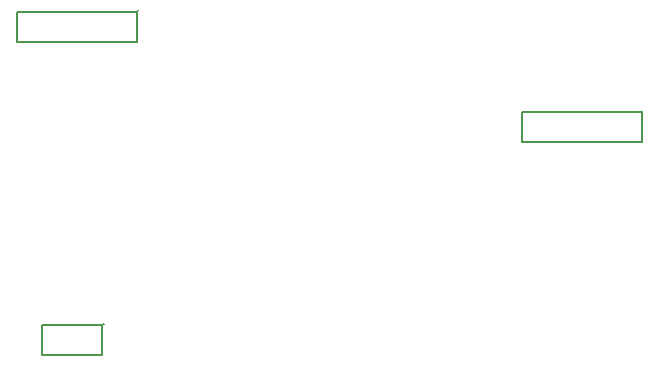
<source format=gm1>
G04*
G04 #@! TF.GenerationSoftware,Altium Limited,Altium Designer,21.3.2 (30)*
G04*
G04 Layer_Color=16711935*
%FSTAX24Y24*%
%MOIN*%
G70*
G04*
G04 #@! TF.SameCoordinates,655743E2-E340-4FCB-8EBE-1CC431C952CD*
G04*
G04*
G04 #@! TF.FilePolarity,Positive*
G04*
G01*
G75*
%ADD12C,0.0080*%
D12*
X04478Y0232D02*
X04878D01*
Y0222D02*
Y0232D01*
X04478Y0222D02*
X04878D01*
X04478D02*
Y0232D01*
X04878D02*
X04883Y02325D01*
X0308Y0161D02*
X03085Y01615D01*
X0308Y0151D02*
Y0161D01*
X0288Y0151D02*
X0308D01*
X0288D02*
Y0161D01*
X0308D01*
X02795Y02655D02*
X03195D01*
Y02555D02*
Y02655D01*
X02795Y02555D02*
X03195D01*
X02795D02*
Y02655D01*
X03195D02*
X032Y0266D01*
M02*

</source>
